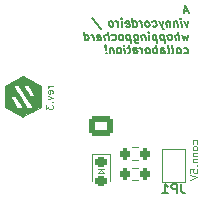
<source format=gbr>
%TF.GenerationSoftware,KiCad,Pcbnew,(6.0.0-0)*%
%TF.CreationDate,2022-09-17T09:57:17-07:00*%
%TF.ProjectId,Untitled,556e7469-746c-4656-942e-6b696361645f,rev?*%
%TF.SameCoordinates,Original*%
%TF.FileFunction,Legend,Bot*%
%TF.FilePolarity,Positive*%
%FSLAX46Y46*%
G04 Gerber Fmt 4.6, Leading zero omitted, Abs format (unit mm)*
G04 Created by KiCad (PCBNEW (6.0.0-0)) date 2022-09-17 09:57:17*
%MOMM*%
%LPD*%
G01*
G04 APERTURE LIST*
G04 Aperture macros list*
%AMRoundRect*
0 Rectangle with rounded corners*
0 $1 Rounding radius*
0 $2 $3 $4 $5 $6 $7 $8 $9 X,Y pos of 4 corners*
0 Add a 4 corners polygon primitive as box body*
4,1,4,$2,$3,$4,$5,$6,$7,$8,$9,$2,$3,0*
0 Add four circle primitives for the rounded corners*
1,1,$1+$1,$2,$3*
1,1,$1+$1,$4,$5*
1,1,$1+$1,$6,$7*
1,1,$1+$1,$8,$9*
0 Add four rect primitives between the rounded corners*
20,1,$1+$1,$2,$3,$4,$5,0*
20,1,$1+$1,$4,$5,$6,$7,0*
20,1,$1+$1,$6,$7,$8,$9,0*
20,1,$1+$1,$8,$9,$2,$3,0*%
%AMFreePoly0*
4,1,6,1.000000,0.000000,0.500000,-0.750000,-0.500000,-0.750000,-0.500000,0.750000,0.500000,0.750000,1.000000,0.000000,1.000000,0.000000,$1*%
%AMFreePoly1*
4,1,6,0.500000,-0.750000,-0.650000,-0.750000,-0.150000,0.000000,-0.650000,0.750000,0.500000,0.750000,0.500000,-0.750000,0.500000,-0.750000,$1*%
G04 Aperture macros list end*
%ADD10C,0.003619*%
%ADD11C,0.150000*%
%ADD12C,0.100000*%
%ADD13C,0.120000*%
%ADD14C,0.080000*%
%ADD15RoundRect,0.250000X0.725000X-0.600000X0.725000X0.600000X-0.725000X0.600000X-0.725000X-0.600000X0*%
%ADD16O,1.950000X1.700000*%
%ADD17C,6.350000*%
%ADD18FreePoly0,90.000000*%
%ADD19FreePoly1,90.000000*%
%ADD20RoundRect,0.200000X0.200000X0.275000X-0.200000X0.275000X-0.200000X-0.275000X0.200000X-0.275000X0*%
%ADD21RoundRect,0.218750X0.256250X-0.218750X0.256250X0.218750X-0.256250X0.218750X-0.256250X-0.218750X0*%
%ADD22RoundRect,0.200000X-0.200000X-0.275000X0.200000X-0.275000X0.200000X0.275000X-0.200000X0.275000X0*%
G04 APERTURE END LIST*
D10*
X96622691Y-67965573D02*
X96247933Y-67965573D01*
X96247933Y-67965573D02*
X96184268Y-67869351D01*
X96184268Y-67869351D02*
X95869378Y-67394936D01*
X95869378Y-67394936D02*
X95638410Y-67394755D01*
X95638410Y-67394755D02*
X95407442Y-67394755D01*
X95407442Y-67394755D02*
X95413230Y-67404703D01*
X95413230Y-67404703D02*
X95727578Y-67881469D01*
X95727578Y-67881469D02*
X95783104Y-67965573D01*
X95783104Y-67965573D02*
X94970104Y-67965573D01*
X94970104Y-67965573D02*
X94970647Y-67397468D01*
X94970647Y-67397468D02*
X94971190Y-66950544D01*
X94971190Y-66950544D02*
X95952758Y-66950544D01*
X95952758Y-66950544D02*
X96254083Y-67407416D01*
X96254083Y-67407416D02*
X96622691Y-67965573D01*
X96622691Y-67965573D02*
X96622691Y-67965573D01*
G36*
X96254083Y-67407416D02*
G01*
X96622691Y-67965573D01*
X96247933Y-67965573D01*
X96184268Y-67869351D01*
X95869378Y-67394936D01*
X95638410Y-67394755D01*
X95407442Y-67394755D01*
X95413230Y-67404703D01*
X95727578Y-67881469D01*
X95783104Y-67965573D01*
X94970104Y-67965573D01*
X94970647Y-67397468D01*
X94971190Y-66950544D01*
X95952758Y-66950544D01*
X96254083Y-67407416D01*
G37*
X96254083Y-67407416D02*
X96622691Y-67965573D01*
X96247933Y-67965573D01*
X96184268Y-67869351D01*
X95869378Y-67394936D01*
X95638410Y-67394755D01*
X95407442Y-67394755D01*
X95413230Y-67404703D01*
X95727578Y-67881469D01*
X95783104Y-67965573D01*
X94970104Y-67965573D01*
X94970647Y-67397468D01*
X94971190Y-66950544D01*
X95952758Y-66950544D01*
X96254083Y-67407416D01*
X97997826Y-66950544D02*
X97270196Y-66950544D01*
X97270196Y-66950544D02*
X97250120Y-66919435D01*
X97250120Y-66919435D02*
X96940656Y-66443030D01*
X96940656Y-66443030D02*
X96704262Y-66442849D01*
X96704262Y-66442849D02*
X96467868Y-66442849D01*
X96467868Y-66442849D02*
X96473837Y-66452978D01*
X96473837Y-66452978D02*
X96569227Y-66597868D01*
X96569227Y-66597868D02*
X96789993Y-66931734D01*
X96789993Y-66931734D02*
X96802473Y-66950544D01*
X96802473Y-66950544D02*
X96416321Y-66950544D01*
X96416321Y-66950544D02*
X96082801Y-66446647D01*
X96082801Y-66446647D02*
X95851833Y-66446467D01*
X95851833Y-66446467D02*
X95620866Y-66446467D01*
X95620866Y-66446467D02*
X95626834Y-66456414D01*
X95626834Y-66456414D02*
X95952758Y-66950544D01*
X95952758Y-66950544D02*
X94971190Y-66950544D01*
X94971190Y-66950544D02*
X94971732Y-66521527D01*
X94971732Y-66521527D02*
X95725407Y-66089796D01*
X95725407Y-66089796D02*
X96479082Y-65658065D01*
X96479082Y-65658065D02*
X97238183Y-66089796D01*
X97238183Y-66089796D02*
X97997465Y-66521527D01*
X97997465Y-66521527D02*
X97997826Y-66950544D01*
X97997826Y-66950544D02*
X97997826Y-66950544D01*
G36*
X97238183Y-66089796D02*
G01*
X97997465Y-66521527D01*
X97997826Y-66950544D01*
X97270196Y-66950544D01*
X97250120Y-66919435D01*
X96940656Y-66443030D01*
X96704262Y-66442849D01*
X96467868Y-66442849D01*
X96473837Y-66452978D01*
X96569227Y-66597868D01*
X96789993Y-66931734D01*
X96802473Y-66950544D01*
X96416321Y-66950544D01*
X96082801Y-66446647D01*
X95851833Y-66446467D01*
X95620866Y-66446467D01*
X95626834Y-66456414D01*
X95952758Y-66950544D01*
X94971190Y-66950544D01*
X94971732Y-66521527D01*
X96479082Y-65658065D01*
X97238183Y-66089796D01*
G37*
X97238183Y-66089796D02*
X97997465Y-66521527D01*
X97997826Y-66950544D01*
X97270196Y-66950544D01*
X97250120Y-66919435D01*
X96940656Y-66443030D01*
X96704262Y-66442849D01*
X96467868Y-66442849D01*
X96473837Y-66452978D01*
X96569227Y-66597868D01*
X96789993Y-66931734D01*
X96802473Y-66950544D01*
X96416321Y-66950544D01*
X96082801Y-66446647D01*
X95851833Y-66446467D01*
X95620866Y-66446467D01*
X95626834Y-66456414D01*
X95952758Y-66950544D01*
X94971190Y-66950544D01*
X94971732Y-66521527D01*
X96479082Y-65658065D01*
X97238183Y-66089796D01*
X97087882Y-67965573D02*
X97998912Y-67965573D01*
X97998912Y-67965573D02*
X97999273Y-68269792D01*
X97999273Y-68269792D02*
X97245598Y-68706044D01*
X97245598Y-68706044D02*
X97245418Y-68706044D01*
X97245418Y-68706044D02*
X96711748Y-69014312D01*
X96711748Y-69014312D02*
X96487040Y-69142658D01*
X96487040Y-69142658D02*
X96425513Y-69108413D01*
X96425513Y-69108413D02*
X96261494Y-69015041D01*
X96261494Y-69015041D02*
X95725950Y-68708034D01*
X95725950Y-68708034D02*
X94969743Y-68273409D01*
X94969743Y-68273409D02*
X94970104Y-67965573D01*
X94970104Y-67965573D02*
X95783104Y-67965573D01*
X95783104Y-67965573D02*
X96035957Y-68348288D01*
X96035957Y-68348288D02*
X96268733Y-68349374D01*
X96268733Y-68349374D02*
X96359448Y-68349481D01*
X96359448Y-68349481D02*
X96433155Y-68349069D01*
X96433155Y-68349069D02*
X96482528Y-68348222D01*
X96482528Y-68348222D02*
X96495801Y-68347661D01*
X96495801Y-68347661D02*
X96500243Y-68347022D01*
X96500243Y-68347022D02*
X96420660Y-68226355D01*
X96420660Y-68226355D02*
X96247933Y-67965573D01*
X96247933Y-67965573D02*
X96622691Y-67965573D01*
X96622691Y-67965573D02*
X96875544Y-68348288D01*
X96875544Y-68348288D02*
X97108320Y-68349193D01*
X97108320Y-68349193D02*
X97200110Y-68349325D01*
X97200110Y-68349325D02*
X97273762Y-68348976D01*
X97273762Y-68348976D02*
X97322617Y-68348192D01*
X97322617Y-68348192D02*
X97335663Y-68347653D01*
X97335663Y-68347653D02*
X97340011Y-68347022D01*
X97340011Y-68347022D02*
X97087882Y-67965573D01*
X97087882Y-67965573D02*
X97087882Y-67965573D01*
G36*
X96035957Y-68348288D02*
G01*
X96268733Y-68349374D01*
X96359448Y-68349481D01*
X96433155Y-68349069D01*
X96482528Y-68348222D01*
X96495801Y-68347661D01*
X96500243Y-68347022D01*
X96420660Y-68226355D01*
X96247933Y-67965573D01*
X96622691Y-67965573D01*
X96875544Y-68348288D01*
X97108320Y-68349193D01*
X97200110Y-68349325D01*
X97273762Y-68348976D01*
X97322617Y-68348192D01*
X97335663Y-68347653D01*
X97340011Y-68347022D01*
X97087882Y-67965573D01*
X97998912Y-67965573D01*
X97999273Y-68269792D01*
X97245598Y-68706044D01*
X97245418Y-68706044D01*
X96711748Y-69014312D01*
X96487040Y-69142658D01*
X96425513Y-69108413D01*
X96261494Y-69015041D01*
X95725950Y-68708034D01*
X94969743Y-68273409D01*
X94970104Y-67965573D01*
X95783104Y-67965573D01*
X96035957Y-68348288D01*
G37*
X96035957Y-68348288D02*
X96268733Y-68349374D01*
X96359448Y-68349481D01*
X96433155Y-68349069D01*
X96482528Y-68348222D01*
X96495801Y-68347661D01*
X96500243Y-68347022D01*
X96420660Y-68226355D01*
X96247933Y-67965573D01*
X96622691Y-67965573D01*
X96875544Y-68348288D01*
X97108320Y-68349193D01*
X97200110Y-68349325D01*
X97273762Y-68348976D01*
X97322617Y-68348192D01*
X97335663Y-68347653D01*
X97340011Y-68347022D01*
X97087882Y-67965573D01*
X97998912Y-67965573D01*
X97999273Y-68269792D01*
X97245598Y-68706044D01*
X97245418Y-68706044D01*
X96711748Y-69014312D01*
X96487040Y-69142658D01*
X96425513Y-69108413D01*
X96261494Y-69015041D01*
X95725950Y-68708034D01*
X94969743Y-68273409D01*
X94970104Y-67965573D01*
X95783104Y-67965573D01*
X96035957Y-68348288D01*
X97997826Y-66950544D02*
X97998369Y-67395659D01*
X97998369Y-67395659D02*
X97998912Y-67965573D01*
X97998912Y-67965573D02*
X97087882Y-67965573D01*
X97087882Y-67965573D02*
X96710773Y-67395297D01*
X96710773Y-67395297D02*
X96416321Y-66950544D01*
X96416321Y-66950544D02*
X96802473Y-66950544D01*
X96802473Y-66950544D02*
X97100000Y-67400000D01*
X97100000Y-67400000D02*
X97330968Y-67400904D01*
X97330968Y-67400904D02*
X97420812Y-67401041D01*
X97420812Y-67401041D02*
X97493962Y-67400691D01*
X97493962Y-67400691D02*
X97543041Y-67399905D01*
X97543041Y-67399905D02*
X97556248Y-67399365D01*
X97556248Y-67399365D02*
X97560670Y-67398734D01*
X97560670Y-67398734D02*
X97473342Y-67263569D01*
X97473342Y-67263569D02*
X97270196Y-66950544D01*
X97270196Y-66950544D02*
X97997826Y-66950544D01*
X97997826Y-66950544D02*
X97997826Y-66950544D01*
G36*
X97100000Y-67400000D02*
G01*
X97330968Y-67400904D01*
X97420812Y-67401041D01*
X97493962Y-67400691D01*
X97543041Y-67399905D01*
X97556248Y-67399365D01*
X97560670Y-67398734D01*
X97473342Y-67263569D01*
X97270196Y-66950544D01*
X97997826Y-66950544D01*
X97998369Y-67395659D01*
X97998912Y-67965573D01*
X97087882Y-67965573D01*
X96710773Y-67395297D01*
X96416321Y-66950544D01*
X96802473Y-66950544D01*
X97100000Y-67400000D01*
G37*
X97100000Y-67400000D02*
X97330968Y-67400904D01*
X97420812Y-67401041D01*
X97493962Y-67400691D01*
X97543041Y-67399905D01*
X97556248Y-67399365D01*
X97560670Y-67398734D01*
X97473342Y-67263569D01*
X97270196Y-66950544D01*
X97997826Y-66950544D01*
X97998369Y-67395659D01*
X97998912Y-67965573D01*
X97087882Y-67965573D01*
X96710773Y-67395297D01*
X96416321Y-66950544D01*
X96802473Y-66950544D01*
X97100000Y-67400000D01*
D11*
X110490000Y-60176166D02*
X110156666Y-60176166D01*
X110581666Y-60376166D02*
X110260833Y-59676166D01*
X110115000Y-60376166D01*
X110490000Y-61036500D02*
X110381666Y-61503166D01*
X110156666Y-61036500D01*
X109948333Y-61503166D02*
X109890000Y-61036500D01*
X109860833Y-60803166D02*
X109898333Y-60836500D01*
X109869166Y-60869833D01*
X109831666Y-60836500D01*
X109860833Y-60803166D01*
X109869166Y-60869833D01*
X109556666Y-61036500D02*
X109615000Y-61503166D01*
X109565000Y-61103166D02*
X109527500Y-61069833D01*
X109456666Y-61036500D01*
X109356666Y-61036500D01*
X109294166Y-61069833D01*
X109269166Y-61136500D01*
X109315000Y-61503166D01*
X108923333Y-61036500D02*
X108981666Y-61503166D01*
X108931666Y-61103166D02*
X108894166Y-61069833D01*
X108823333Y-61036500D01*
X108723333Y-61036500D01*
X108660833Y-61069833D01*
X108635833Y-61136500D01*
X108681666Y-61503166D01*
X108356666Y-61036500D02*
X108248333Y-61503166D01*
X108023333Y-61036500D02*
X108248333Y-61503166D01*
X108335833Y-61669833D01*
X108373333Y-61703166D01*
X108444166Y-61736500D01*
X107510833Y-61469833D02*
X107581666Y-61503166D01*
X107715000Y-61503166D01*
X107777500Y-61469833D01*
X107806666Y-61436500D01*
X107831666Y-61369833D01*
X107806666Y-61169833D01*
X107765000Y-61103166D01*
X107727500Y-61069833D01*
X107656666Y-61036500D01*
X107523333Y-61036500D01*
X107460833Y-61069833D01*
X107115000Y-61503166D02*
X107177500Y-61469833D01*
X107206666Y-61436500D01*
X107231666Y-61369833D01*
X107206666Y-61169833D01*
X107165000Y-61103166D01*
X107127500Y-61069833D01*
X107056666Y-61036500D01*
X106956666Y-61036500D01*
X106894166Y-61069833D01*
X106865000Y-61103166D01*
X106840000Y-61169833D01*
X106865000Y-61369833D01*
X106906666Y-61436500D01*
X106944166Y-61469833D01*
X107015000Y-61503166D01*
X107115000Y-61503166D01*
X106581666Y-61503166D02*
X106523333Y-61036500D01*
X106540000Y-61169833D02*
X106498333Y-61103166D01*
X106460833Y-61069833D01*
X106390000Y-61036500D01*
X106323333Y-61036500D01*
X105848333Y-61503166D02*
X105760833Y-60803166D01*
X105844166Y-61469833D02*
X105915000Y-61503166D01*
X106048333Y-61503166D01*
X106110833Y-61469833D01*
X106140000Y-61436500D01*
X106165000Y-61369833D01*
X106140000Y-61169833D01*
X106098333Y-61103166D01*
X106060833Y-61069833D01*
X105990000Y-61036500D01*
X105856666Y-61036500D01*
X105794166Y-61069833D01*
X105244166Y-61469833D02*
X105315000Y-61503166D01*
X105448333Y-61503166D01*
X105510833Y-61469833D01*
X105535833Y-61403166D01*
X105502500Y-61136500D01*
X105460833Y-61069833D01*
X105390000Y-61036500D01*
X105256666Y-61036500D01*
X105194166Y-61069833D01*
X105169166Y-61136500D01*
X105177500Y-61203166D01*
X105519166Y-61269833D01*
X104915000Y-61503166D02*
X104856666Y-61036500D01*
X104827500Y-60803166D02*
X104865000Y-60836500D01*
X104835833Y-60869833D01*
X104798333Y-60836500D01*
X104827500Y-60803166D01*
X104835833Y-60869833D01*
X104581666Y-61503166D02*
X104523333Y-61036500D01*
X104540000Y-61169833D02*
X104498333Y-61103166D01*
X104460833Y-61069833D01*
X104390000Y-61036500D01*
X104323333Y-61036500D01*
X104048333Y-61503166D02*
X104110833Y-61469833D01*
X104140000Y-61436500D01*
X104165000Y-61369833D01*
X104140000Y-61169833D01*
X104098333Y-61103166D01*
X104060833Y-61069833D01*
X103990000Y-61036500D01*
X103890000Y-61036500D01*
X103827500Y-61069833D01*
X103798333Y-61103166D01*
X103773333Y-61169833D01*
X103798333Y-61369833D01*
X103840000Y-61436500D01*
X103877500Y-61469833D01*
X103948333Y-61503166D01*
X104048333Y-61503166D01*
X102390000Y-60769833D02*
X103102500Y-61669833D01*
X110490000Y-62163500D02*
X110415000Y-62630166D01*
X110240000Y-62296833D01*
X110148333Y-62630166D01*
X109956666Y-62163500D01*
X109748333Y-62630166D02*
X109660833Y-61930166D01*
X109448333Y-62630166D02*
X109402500Y-62263500D01*
X109427500Y-62196833D01*
X109490000Y-62163500D01*
X109590000Y-62163500D01*
X109660833Y-62196833D01*
X109698333Y-62230166D01*
X109015000Y-62630166D02*
X109077500Y-62596833D01*
X109106666Y-62563500D01*
X109131666Y-62496833D01*
X109106666Y-62296833D01*
X109065000Y-62230166D01*
X109027500Y-62196833D01*
X108956666Y-62163500D01*
X108856666Y-62163500D01*
X108794166Y-62196833D01*
X108765000Y-62230166D01*
X108740000Y-62296833D01*
X108765000Y-62496833D01*
X108806666Y-62563500D01*
X108844166Y-62596833D01*
X108915000Y-62630166D01*
X109015000Y-62630166D01*
X108423333Y-62163500D02*
X108510833Y-62863500D01*
X108427500Y-62196833D02*
X108356666Y-62163500D01*
X108223333Y-62163500D01*
X108160833Y-62196833D01*
X108131666Y-62230166D01*
X108106666Y-62296833D01*
X108131666Y-62496833D01*
X108173333Y-62563500D01*
X108210833Y-62596833D01*
X108281666Y-62630166D01*
X108415000Y-62630166D01*
X108477500Y-62596833D01*
X107790000Y-62163500D02*
X107877500Y-62863500D01*
X107794166Y-62196833D02*
X107723333Y-62163500D01*
X107590000Y-62163500D01*
X107527500Y-62196833D01*
X107498333Y-62230166D01*
X107473333Y-62296833D01*
X107498333Y-62496833D01*
X107540000Y-62563500D01*
X107577500Y-62596833D01*
X107648333Y-62630166D01*
X107781666Y-62630166D01*
X107844166Y-62596833D01*
X107215000Y-62630166D02*
X107156666Y-62163500D01*
X107127500Y-61930166D02*
X107165000Y-61963500D01*
X107135833Y-61996833D01*
X107098333Y-61963500D01*
X107127500Y-61930166D01*
X107135833Y-61996833D01*
X106823333Y-62163500D02*
X106881666Y-62630166D01*
X106831666Y-62230166D02*
X106794166Y-62196833D01*
X106723333Y-62163500D01*
X106623333Y-62163500D01*
X106560833Y-62196833D01*
X106535833Y-62263500D01*
X106581666Y-62630166D01*
X105890000Y-62163500D02*
X105960833Y-62730166D01*
X106002500Y-62796833D01*
X106040000Y-62830166D01*
X106110833Y-62863500D01*
X106210833Y-62863500D01*
X106273333Y-62830166D01*
X105944166Y-62596833D02*
X106015000Y-62630166D01*
X106148333Y-62630166D01*
X106210833Y-62596833D01*
X106240000Y-62563500D01*
X106265000Y-62496833D01*
X106240000Y-62296833D01*
X106198333Y-62230166D01*
X106160833Y-62196833D01*
X106090000Y-62163500D01*
X105956666Y-62163500D01*
X105894166Y-62196833D01*
X105556666Y-62163500D02*
X105644166Y-62863500D01*
X105560833Y-62196833D02*
X105490000Y-62163500D01*
X105356666Y-62163500D01*
X105294166Y-62196833D01*
X105265000Y-62230166D01*
X105240000Y-62296833D01*
X105265000Y-62496833D01*
X105306666Y-62563500D01*
X105344166Y-62596833D01*
X105415000Y-62630166D01*
X105548333Y-62630166D01*
X105610833Y-62596833D01*
X104881666Y-62630166D02*
X104944166Y-62596833D01*
X104973333Y-62563500D01*
X104998333Y-62496833D01*
X104973333Y-62296833D01*
X104931666Y-62230166D01*
X104894166Y-62196833D01*
X104823333Y-62163500D01*
X104723333Y-62163500D01*
X104660833Y-62196833D01*
X104631666Y-62230166D01*
X104606666Y-62296833D01*
X104631666Y-62496833D01*
X104673333Y-62563500D01*
X104710833Y-62596833D01*
X104781666Y-62630166D01*
X104881666Y-62630166D01*
X104044166Y-62596833D02*
X104115000Y-62630166D01*
X104248333Y-62630166D01*
X104310833Y-62596833D01*
X104340000Y-62563500D01*
X104365000Y-62496833D01*
X104340000Y-62296833D01*
X104298333Y-62230166D01*
X104260833Y-62196833D01*
X104190000Y-62163500D01*
X104056666Y-62163500D01*
X103994166Y-62196833D01*
X103748333Y-62630166D02*
X103660833Y-61930166D01*
X103448333Y-62630166D02*
X103402500Y-62263500D01*
X103427500Y-62196833D01*
X103490000Y-62163500D01*
X103590000Y-62163500D01*
X103660833Y-62196833D01*
X103698333Y-62230166D01*
X102815000Y-62630166D02*
X102769166Y-62263500D01*
X102794166Y-62196833D01*
X102856666Y-62163500D01*
X102990000Y-62163500D01*
X103060833Y-62196833D01*
X102810833Y-62596833D02*
X102881666Y-62630166D01*
X103048333Y-62630166D01*
X103110833Y-62596833D01*
X103135833Y-62530166D01*
X103127500Y-62463500D01*
X103085833Y-62396833D01*
X103015000Y-62363500D01*
X102848333Y-62363500D01*
X102777500Y-62330166D01*
X102481666Y-62630166D02*
X102423333Y-62163500D01*
X102440000Y-62296833D02*
X102398333Y-62230166D01*
X102360833Y-62196833D01*
X102290000Y-62163500D01*
X102223333Y-62163500D01*
X101748333Y-62630166D02*
X101660833Y-61930166D01*
X101744166Y-62596833D02*
X101815000Y-62630166D01*
X101948333Y-62630166D01*
X102010833Y-62596833D01*
X102040000Y-62563500D01*
X102065000Y-62496833D01*
X102040000Y-62296833D01*
X101998333Y-62230166D01*
X101960833Y-62196833D01*
X101890000Y-62163500D01*
X101756666Y-62163500D01*
X101694166Y-62196833D01*
X110177500Y-63723833D02*
X110248333Y-63757166D01*
X110381666Y-63757166D01*
X110444166Y-63723833D01*
X110473333Y-63690500D01*
X110498333Y-63623833D01*
X110473333Y-63423833D01*
X110431666Y-63357166D01*
X110394166Y-63323833D01*
X110323333Y-63290500D01*
X110190000Y-63290500D01*
X110127500Y-63323833D01*
X109781666Y-63757166D02*
X109844166Y-63723833D01*
X109873333Y-63690500D01*
X109898333Y-63623833D01*
X109873333Y-63423833D01*
X109831666Y-63357166D01*
X109794166Y-63323833D01*
X109723333Y-63290500D01*
X109623333Y-63290500D01*
X109560833Y-63323833D01*
X109531666Y-63357166D01*
X109506666Y-63423833D01*
X109531666Y-63623833D01*
X109573333Y-63690500D01*
X109610833Y-63723833D01*
X109681666Y-63757166D01*
X109781666Y-63757166D01*
X109148333Y-63757166D02*
X109210833Y-63723833D01*
X109235833Y-63657166D01*
X109160833Y-63057166D01*
X108781666Y-63757166D02*
X108844166Y-63723833D01*
X108869166Y-63657166D01*
X108794166Y-63057166D01*
X108215000Y-63757166D02*
X108169166Y-63390500D01*
X108194166Y-63323833D01*
X108256666Y-63290500D01*
X108390000Y-63290500D01*
X108460833Y-63323833D01*
X108210833Y-63723833D02*
X108281666Y-63757166D01*
X108448333Y-63757166D01*
X108510833Y-63723833D01*
X108535833Y-63657166D01*
X108527500Y-63590500D01*
X108485833Y-63523833D01*
X108415000Y-63490500D01*
X108248333Y-63490500D01*
X108177500Y-63457166D01*
X107881666Y-63757166D02*
X107794166Y-63057166D01*
X107827500Y-63323833D02*
X107756666Y-63290500D01*
X107623333Y-63290500D01*
X107560833Y-63323833D01*
X107531666Y-63357166D01*
X107506666Y-63423833D01*
X107531666Y-63623833D01*
X107573333Y-63690500D01*
X107610833Y-63723833D01*
X107681666Y-63757166D01*
X107815000Y-63757166D01*
X107877500Y-63723833D01*
X107148333Y-63757166D02*
X107210833Y-63723833D01*
X107240000Y-63690500D01*
X107265000Y-63623833D01*
X107240000Y-63423833D01*
X107198333Y-63357166D01*
X107160833Y-63323833D01*
X107090000Y-63290500D01*
X106990000Y-63290500D01*
X106927500Y-63323833D01*
X106898333Y-63357166D01*
X106873333Y-63423833D01*
X106898333Y-63623833D01*
X106940000Y-63690500D01*
X106977500Y-63723833D01*
X107048333Y-63757166D01*
X107148333Y-63757166D01*
X106615000Y-63757166D02*
X106556666Y-63290500D01*
X106573333Y-63423833D02*
X106531666Y-63357166D01*
X106494166Y-63323833D01*
X106423333Y-63290500D01*
X106356666Y-63290500D01*
X105881666Y-63757166D02*
X105835833Y-63390500D01*
X105860833Y-63323833D01*
X105923333Y-63290500D01*
X106056666Y-63290500D01*
X106127500Y-63323833D01*
X105877500Y-63723833D02*
X105948333Y-63757166D01*
X106115000Y-63757166D01*
X106177500Y-63723833D01*
X106202500Y-63657166D01*
X106194166Y-63590500D01*
X106152500Y-63523833D01*
X106081666Y-63490500D01*
X105915000Y-63490500D01*
X105844166Y-63457166D01*
X105590000Y-63290500D02*
X105323333Y-63290500D01*
X105460833Y-63057166D02*
X105535833Y-63657166D01*
X105510833Y-63723833D01*
X105448333Y-63757166D01*
X105381666Y-63757166D01*
X105148333Y-63757166D02*
X105090000Y-63290500D01*
X105060833Y-63057166D02*
X105098333Y-63090500D01*
X105069166Y-63123833D01*
X105031666Y-63090500D01*
X105060833Y-63057166D01*
X105069166Y-63123833D01*
X104715000Y-63757166D02*
X104777500Y-63723833D01*
X104806666Y-63690500D01*
X104831666Y-63623833D01*
X104806666Y-63423833D01*
X104765000Y-63357166D01*
X104727500Y-63323833D01*
X104656666Y-63290500D01*
X104556666Y-63290500D01*
X104494166Y-63323833D01*
X104465000Y-63357166D01*
X104440000Y-63423833D01*
X104465000Y-63623833D01*
X104506666Y-63690500D01*
X104544166Y-63723833D01*
X104615000Y-63757166D01*
X104715000Y-63757166D01*
X104123333Y-63290500D02*
X104181666Y-63757166D01*
X104131666Y-63357166D02*
X104094166Y-63323833D01*
X104023333Y-63290500D01*
X103923333Y-63290500D01*
X103860833Y-63323833D01*
X103835833Y-63390500D01*
X103881666Y-63757166D01*
X103540000Y-63690500D02*
X103510833Y-63723833D01*
X103548333Y-63757166D01*
X103577500Y-63723833D01*
X103540000Y-63690500D01*
X103548333Y-63757166D01*
X103515000Y-63490500D02*
X103498333Y-63090500D01*
X103460833Y-63057166D01*
X103431666Y-63090500D01*
X103515000Y-63490500D01*
X103460833Y-63057166D01*
D12*
X99021428Y-66542857D02*
X98621428Y-66542857D01*
X98735714Y-66542857D02*
X98678571Y-66571428D01*
X98650000Y-66600000D01*
X98621428Y-66657142D01*
X98621428Y-66714285D01*
X98992857Y-67142857D02*
X99021428Y-67085714D01*
X99021428Y-66971428D01*
X98992857Y-66914285D01*
X98935714Y-66885714D01*
X98707142Y-66885714D01*
X98650000Y-66914285D01*
X98621428Y-66971428D01*
X98621428Y-67085714D01*
X98650000Y-67142857D01*
X98707142Y-67171428D01*
X98764285Y-67171428D01*
X98821428Y-66885714D01*
X98621428Y-67371428D02*
X99021428Y-67514285D01*
X98621428Y-67657142D01*
X98964285Y-67885714D02*
X98992857Y-67914285D01*
X99021428Y-67885714D01*
X98992857Y-67857142D01*
X98964285Y-67885714D01*
X99021428Y-67885714D01*
X98421428Y-68114285D02*
X98421428Y-68485714D01*
X98650000Y-68285714D01*
X98650000Y-68371428D01*
X98678571Y-68428571D01*
X98707142Y-68457142D01*
X98764285Y-68485714D01*
X98907142Y-68485714D01*
X98964285Y-68457142D01*
X98992857Y-68428571D01*
X99021428Y-68371428D01*
X99021428Y-68200000D01*
X98992857Y-68142857D01*
X98964285Y-68114285D01*
X111242857Y-71392857D02*
X111271428Y-71335714D01*
X111271428Y-71221428D01*
X111242857Y-71164285D01*
X111214285Y-71135714D01*
X111157142Y-71107142D01*
X110985714Y-71107142D01*
X110928571Y-71135714D01*
X110900000Y-71164285D01*
X110871428Y-71221428D01*
X110871428Y-71335714D01*
X110900000Y-71392857D01*
X111271428Y-71735714D02*
X111242857Y-71678571D01*
X111214285Y-71650000D01*
X111157142Y-71621428D01*
X110985714Y-71621428D01*
X110928571Y-71650000D01*
X110900000Y-71678571D01*
X110871428Y-71735714D01*
X110871428Y-71821428D01*
X110900000Y-71878571D01*
X110928571Y-71907142D01*
X110985714Y-71935714D01*
X111157142Y-71935714D01*
X111214285Y-71907142D01*
X111242857Y-71878571D01*
X111271428Y-71821428D01*
X111271428Y-71735714D01*
X110871428Y-72192857D02*
X111271428Y-72192857D01*
X110928571Y-72192857D02*
X110900000Y-72221428D01*
X110871428Y-72278571D01*
X110871428Y-72364285D01*
X110900000Y-72421428D01*
X110957142Y-72450000D01*
X111271428Y-72450000D01*
X110871428Y-72735714D02*
X111271428Y-72735714D01*
X110928571Y-72735714D02*
X110900000Y-72764285D01*
X110871428Y-72821428D01*
X110871428Y-72907142D01*
X110900000Y-72964285D01*
X110957142Y-72992857D01*
X111271428Y-72992857D01*
X111214285Y-73278571D02*
X111242857Y-73307142D01*
X111271428Y-73278571D01*
X111242857Y-73250000D01*
X111214285Y-73278571D01*
X111271428Y-73278571D01*
X110671428Y-73850000D02*
X110671428Y-73564285D01*
X110957142Y-73535714D01*
X110928571Y-73564285D01*
X110900000Y-73621428D01*
X110900000Y-73764285D01*
X110928571Y-73821428D01*
X110957142Y-73850000D01*
X111014285Y-73878571D01*
X111157142Y-73878571D01*
X111214285Y-73850000D01*
X111242857Y-73821428D01*
X111271428Y-73764285D01*
X111271428Y-73621428D01*
X111242857Y-73564285D01*
X111214285Y-73535714D01*
X110671428Y-74050000D02*
X111271428Y-74250000D01*
X110671428Y-74450000D01*
D11*
%TO.C,JP1*%
X109916666Y-74811904D02*
X109916666Y-75383333D01*
X109954761Y-75497619D01*
X110030952Y-75573809D01*
X110145238Y-75611904D01*
X110221428Y-75611904D01*
X109535714Y-75611904D02*
X109535714Y-74811904D01*
X109230952Y-74811904D01*
X109154761Y-74850000D01*
X109116666Y-74888095D01*
X109078571Y-74964285D01*
X109078571Y-75078571D01*
X109116666Y-75154761D01*
X109154761Y-75192857D01*
X109230952Y-75230952D01*
X109535714Y-75230952D01*
X108316666Y-75611904D02*
X108773809Y-75611904D01*
X108545238Y-75611904D02*
X108545238Y-74811904D01*
X108621428Y-74926190D01*
X108697619Y-75002380D01*
X108773809Y-75040476D01*
D13*
X110250000Y-71850000D02*
X108250000Y-71850000D01*
X108250000Y-71850000D02*
X108250000Y-74650000D01*
X110250000Y-74650000D02*
X110250000Y-71850000D01*
X108250000Y-74650000D02*
X110250000Y-74650000D01*
%TO.C,R1*%
X106237258Y-74522500D02*
X105762742Y-74522500D01*
X106237258Y-73477500D02*
X105762742Y-73477500D01*
D14*
%TO.C,D1*%
X103325000Y-73925000D02*
X103100000Y-73625000D01*
X103100000Y-73625000D02*
X102875000Y-73925000D01*
D13*
X102375000Y-74567500D02*
X102375000Y-72282500D01*
X103835000Y-72282500D02*
X103835000Y-74567500D01*
X102375000Y-72282500D02*
X103835000Y-72282500D01*
D14*
X103325000Y-73575000D02*
X102875000Y-73575000D01*
X102875000Y-73925000D02*
X103325000Y-73925000D01*
D13*
%TO.C,R2*%
X105762742Y-71727500D02*
X106237258Y-71727500D01*
X105762742Y-72772500D02*
X106237258Y-72772500D01*
%TD*%
%LPC*%
D15*
%TO.C,J1*%
X103100000Y-69900000D03*
D16*
X103100000Y-67400000D03*
X103100000Y-64900000D03*
%TD*%
D17*
%TO.C,H6*%
X97706000Y-62000000D03*
%TD*%
%TO.C,H5*%
X97706000Y-72800000D03*
%TD*%
%TO.C,H4*%
X108506000Y-67400000D03*
%TD*%
D18*
%TO.C,JP1*%
X109250000Y-73975000D03*
D19*
X109250000Y-72525000D03*
%TD*%
D20*
%TO.C,R1*%
X106825000Y-74000000D03*
X105175000Y-74000000D03*
%TD*%
D21*
%TO.C,D1*%
X103100000Y-74537500D03*
X103100000Y-72962500D03*
%TD*%
D22*
%TO.C,R2*%
X105175000Y-72250000D03*
X106825000Y-72250000D03*
%TD*%
M02*

</source>
